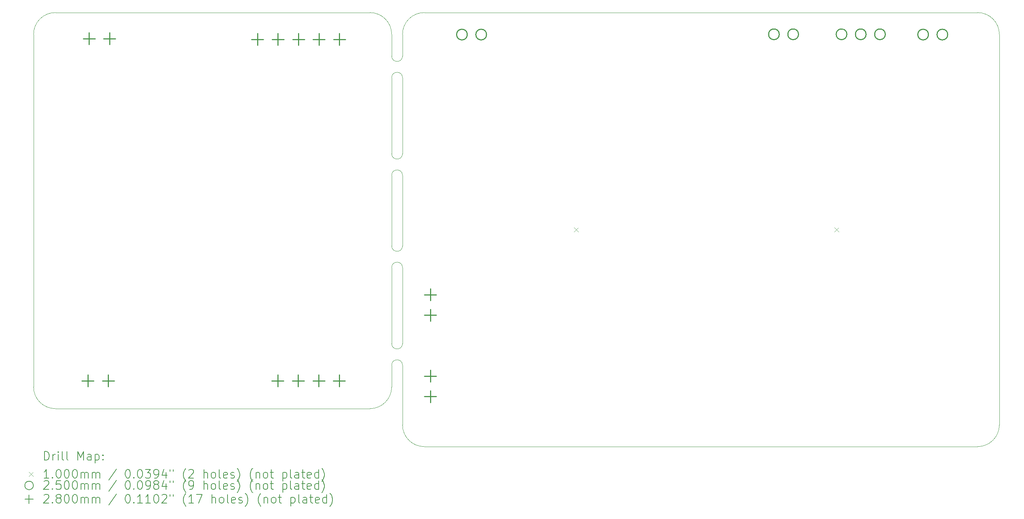
<source format=gbr>
%FSLAX45Y45*%
G04 Gerber Fmt 4.5, Leading zero omitted, Abs format (unit mm)*
G04 Created by KiCad (PCBNEW 6.0.6-3a73a75311~116~ubuntu22.04.1) date 2022-07-16 14:36:57*
%MOMM*%
%LPD*%
G01*
G04 APERTURE LIST*
%TA.AperFunction,Profile*%
%ADD10C,0.100000*%
%TD*%
%ADD11C,0.200000*%
%ADD12C,0.100000*%
%ADD13C,0.250000*%
%ADD14C,0.280000*%
G04 APERTURE END LIST*
D10*
X25654000Y-14605000D02*
G75*
G03*
X26162000Y-14097000I0J508000D01*
G01*
X3556000Y-13208000D02*
X3556000Y-4953000D01*
X4064000Y-4445000D02*
X11430000Y-4445000D01*
X11430000Y-13716000D02*
X4064000Y-13716000D01*
X3556000Y-13208000D02*
G75*
G03*
X4064000Y-13716000I508000J0D01*
G01*
X4064000Y-4445000D02*
G75*
G03*
X3556000Y-4953000I0J-508000D01*
G01*
X11938000Y-4953000D02*
G75*
G03*
X11430000Y-4445000I-508000J0D01*
G01*
X11430000Y-13716000D02*
G75*
G03*
X11938000Y-13208000I0J508000D01*
G01*
X11938000Y-13208000D02*
X11938000Y-12700000D01*
X12192000Y-14097000D02*
X12192000Y-12700000D01*
X11938000Y-12192000D02*
X11938000Y-10414000D01*
X12192000Y-12192000D02*
X12192000Y-10414000D01*
X11938000Y-8255000D02*
X11938000Y-9906000D01*
X12192000Y-9906000D02*
X12192000Y-8255000D01*
X11938000Y-7747000D02*
X11938000Y-5969000D01*
X12192000Y-5969000D02*
X12192000Y-7747000D01*
X11938000Y-5461000D02*
X11938000Y-4953000D01*
X12192000Y-5461000D02*
X12192000Y-4953000D01*
X12192000Y-5969000D02*
G75*
G03*
X11938000Y-5969000I-127000J0D01*
G01*
X26162000Y-4953000D02*
X26162000Y-14097000D01*
X11938000Y-12192000D02*
G75*
G03*
X12192000Y-12192000I127000J0D01*
G01*
X12192000Y-12700000D02*
G75*
G03*
X11938000Y-12700000I-127000J0D01*
G01*
X11938000Y-9906000D02*
G75*
G03*
X12192000Y-9906000I127000J0D01*
G01*
X12192000Y-4953000D02*
X12192000Y-4953000D01*
X12700000Y-4445000D02*
X25654000Y-4445000D01*
X12192000Y-14097000D02*
G75*
G03*
X12700000Y-14605000I508000J0D01*
G01*
X12700000Y-4445000D02*
G75*
G03*
X12192000Y-4953000I0J-508000D01*
G01*
X12192000Y-8255000D02*
G75*
G03*
X11938000Y-8255000I-127000J0D01*
G01*
X11938000Y-5461000D02*
G75*
G03*
X12192000Y-5461000I127000J0D01*
G01*
X11938000Y-7747000D02*
G75*
G03*
X12192000Y-7747000I127000J0D01*
G01*
X12192000Y-10414000D02*
G75*
G03*
X11938000Y-10414000I-127000J0D01*
G01*
X25654000Y-14605000D02*
X12700000Y-14605000D01*
X26162000Y-4953000D02*
G75*
G03*
X25654000Y-4445000I-508000J0D01*
G01*
D11*
D12*
X16206000Y-9475000D02*
X16306000Y-9575000D01*
X16306000Y-9475000D02*
X16206000Y-9575000D01*
X22302000Y-9475000D02*
X22402000Y-9575000D01*
X22402000Y-9475000D02*
X22302000Y-9575000D01*
D13*
X13708500Y-4959500D02*
G75*
G03*
X13708500Y-4959500I-125000J0D01*
G01*
X14158500Y-4959500D02*
G75*
G03*
X14158500Y-4959500I-125000J0D01*
G01*
X21011000Y-4953000D02*
G75*
G03*
X21011000Y-4953000I-125000J0D01*
G01*
X21461000Y-4953000D02*
G75*
G03*
X21461000Y-4953000I-125000J0D01*
G01*
X22593000Y-4953000D02*
G75*
G03*
X22593000Y-4953000I-125000J0D01*
G01*
X23043000Y-4953000D02*
G75*
G03*
X23043000Y-4953000I-125000J0D01*
G01*
X23493000Y-4953000D02*
G75*
G03*
X23493000Y-4953000I-125000J0D01*
G01*
X24503500Y-4959500D02*
G75*
G03*
X24503500Y-4959500I-125000J0D01*
G01*
X24953500Y-4959500D02*
G75*
G03*
X24953500Y-4959500I-125000J0D01*
G01*
D14*
X4826000Y-12924000D02*
X4826000Y-13204000D01*
X4686000Y-13064000D02*
X4966000Y-13064000D01*
X4854000Y-4914600D02*
X4854000Y-5194600D01*
X4714000Y-5054600D02*
X4994000Y-5054600D01*
X5306000Y-12924000D02*
X5306000Y-13204000D01*
X5166000Y-13064000D02*
X5446000Y-13064000D01*
X5334000Y-4914600D02*
X5334000Y-5194600D01*
X5194000Y-5054600D02*
X5474000Y-5054600D01*
X8796200Y-4931600D02*
X8796200Y-5211600D01*
X8656200Y-5071600D02*
X8936200Y-5071600D01*
X9271000Y-12924000D02*
X9271000Y-13204000D01*
X9131000Y-13064000D02*
X9411000Y-13064000D01*
X9276200Y-4931600D02*
X9276200Y-5211600D01*
X9136200Y-5071600D02*
X9416200Y-5071600D01*
X9751000Y-12924000D02*
X9751000Y-13204000D01*
X9611000Y-13064000D02*
X9891000Y-13064000D01*
X9756200Y-4931600D02*
X9756200Y-5211600D01*
X9616200Y-5071600D02*
X9896200Y-5071600D01*
X10231000Y-12924000D02*
X10231000Y-13204000D01*
X10091000Y-13064000D02*
X10371000Y-13064000D01*
X10236200Y-4931600D02*
X10236200Y-5211600D01*
X10096200Y-5071600D02*
X10376200Y-5071600D01*
X10711000Y-12924000D02*
X10711000Y-13204000D01*
X10571000Y-13064000D02*
X10851000Y-13064000D01*
X10716200Y-4931600D02*
X10716200Y-5211600D01*
X10576200Y-5071600D02*
X10856200Y-5071600D01*
X12844000Y-10909000D02*
X12844000Y-11189000D01*
X12704000Y-11049000D02*
X12984000Y-11049000D01*
X12844000Y-11389000D02*
X12844000Y-11669000D01*
X12704000Y-11529000D02*
X12984000Y-11529000D01*
X12844000Y-12814000D02*
X12844000Y-13094000D01*
X12704000Y-12954000D02*
X12984000Y-12954000D01*
X12844000Y-13294000D02*
X12844000Y-13574000D01*
X12704000Y-13434000D02*
X12984000Y-13434000D01*
D11*
X3808619Y-14920476D02*
X3808619Y-14720476D01*
X3856238Y-14720476D01*
X3884809Y-14730000D01*
X3903857Y-14749048D01*
X3913381Y-14768095D01*
X3922905Y-14806190D01*
X3922905Y-14834762D01*
X3913381Y-14872857D01*
X3903857Y-14891905D01*
X3884809Y-14910952D01*
X3856238Y-14920476D01*
X3808619Y-14920476D01*
X4008619Y-14920476D02*
X4008619Y-14787143D01*
X4008619Y-14825238D02*
X4018143Y-14806190D01*
X4027667Y-14796667D01*
X4046714Y-14787143D01*
X4065762Y-14787143D01*
X4132428Y-14920476D02*
X4132428Y-14787143D01*
X4132428Y-14720476D02*
X4122905Y-14730000D01*
X4132428Y-14739524D01*
X4141952Y-14730000D01*
X4132428Y-14720476D01*
X4132428Y-14739524D01*
X4256238Y-14920476D02*
X4237190Y-14910952D01*
X4227667Y-14891905D01*
X4227667Y-14720476D01*
X4361000Y-14920476D02*
X4341952Y-14910952D01*
X4332429Y-14891905D01*
X4332429Y-14720476D01*
X4589571Y-14920476D02*
X4589571Y-14720476D01*
X4656238Y-14863333D01*
X4722905Y-14720476D01*
X4722905Y-14920476D01*
X4903857Y-14920476D02*
X4903857Y-14815714D01*
X4894333Y-14796667D01*
X4875286Y-14787143D01*
X4837190Y-14787143D01*
X4818143Y-14796667D01*
X4903857Y-14910952D02*
X4884810Y-14920476D01*
X4837190Y-14920476D01*
X4818143Y-14910952D01*
X4808619Y-14891905D01*
X4808619Y-14872857D01*
X4818143Y-14853809D01*
X4837190Y-14844286D01*
X4884810Y-14844286D01*
X4903857Y-14834762D01*
X4999095Y-14787143D02*
X4999095Y-14987143D01*
X4999095Y-14796667D02*
X5018143Y-14787143D01*
X5056238Y-14787143D01*
X5075286Y-14796667D01*
X5084810Y-14806190D01*
X5094333Y-14825238D01*
X5094333Y-14882381D01*
X5084810Y-14901428D01*
X5075286Y-14910952D01*
X5056238Y-14920476D01*
X5018143Y-14920476D01*
X4999095Y-14910952D01*
X5180048Y-14901428D02*
X5189571Y-14910952D01*
X5180048Y-14920476D01*
X5170524Y-14910952D01*
X5180048Y-14901428D01*
X5180048Y-14920476D01*
X5180048Y-14796667D02*
X5189571Y-14806190D01*
X5180048Y-14815714D01*
X5170524Y-14806190D01*
X5180048Y-14796667D01*
X5180048Y-14815714D01*
D12*
X3451000Y-15200000D02*
X3551000Y-15300000D01*
X3551000Y-15200000D02*
X3451000Y-15300000D01*
D11*
X3913381Y-15340476D02*
X3799095Y-15340476D01*
X3856238Y-15340476D02*
X3856238Y-15140476D01*
X3837190Y-15169048D01*
X3818143Y-15188095D01*
X3799095Y-15197619D01*
X3999095Y-15321428D02*
X4008619Y-15330952D01*
X3999095Y-15340476D01*
X3989571Y-15330952D01*
X3999095Y-15321428D01*
X3999095Y-15340476D01*
X4132428Y-15140476D02*
X4151476Y-15140476D01*
X4170524Y-15150000D01*
X4180048Y-15159524D01*
X4189571Y-15178571D01*
X4199095Y-15216667D01*
X4199095Y-15264286D01*
X4189571Y-15302381D01*
X4180048Y-15321428D01*
X4170524Y-15330952D01*
X4151476Y-15340476D01*
X4132428Y-15340476D01*
X4113381Y-15330952D01*
X4103857Y-15321428D01*
X4094333Y-15302381D01*
X4084809Y-15264286D01*
X4084809Y-15216667D01*
X4094333Y-15178571D01*
X4103857Y-15159524D01*
X4113381Y-15150000D01*
X4132428Y-15140476D01*
X4322905Y-15140476D02*
X4341952Y-15140476D01*
X4361000Y-15150000D01*
X4370524Y-15159524D01*
X4380048Y-15178571D01*
X4389571Y-15216667D01*
X4389571Y-15264286D01*
X4380048Y-15302381D01*
X4370524Y-15321428D01*
X4361000Y-15330952D01*
X4341952Y-15340476D01*
X4322905Y-15340476D01*
X4303857Y-15330952D01*
X4294333Y-15321428D01*
X4284810Y-15302381D01*
X4275286Y-15264286D01*
X4275286Y-15216667D01*
X4284810Y-15178571D01*
X4294333Y-15159524D01*
X4303857Y-15150000D01*
X4322905Y-15140476D01*
X4513381Y-15140476D02*
X4532429Y-15140476D01*
X4551476Y-15150000D01*
X4561000Y-15159524D01*
X4570524Y-15178571D01*
X4580048Y-15216667D01*
X4580048Y-15264286D01*
X4570524Y-15302381D01*
X4561000Y-15321428D01*
X4551476Y-15330952D01*
X4532429Y-15340476D01*
X4513381Y-15340476D01*
X4494333Y-15330952D01*
X4484810Y-15321428D01*
X4475286Y-15302381D01*
X4465762Y-15264286D01*
X4465762Y-15216667D01*
X4475286Y-15178571D01*
X4484810Y-15159524D01*
X4494333Y-15150000D01*
X4513381Y-15140476D01*
X4665762Y-15340476D02*
X4665762Y-15207143D01*
X4665762Y-15226190D02*
X4675286Y-15216667D01*
X4694333Y-15207143D01*
X4722905Y-15207143D01*
X4741952Y-15216667D01*
X4751476Y-15235714D01*
X4751476Y-15340476D01*
X4751476Y-15235714D02*
X4761000Y-15216667D01*
X4780048Y-15207143D01*
X4808619Y-15207143D01*
X4827667Y-15216667D01*
X4837190Y-15235714D01*
X4837190Y-15340476D01*
X4932429Y-15340476D02*
X4932429Y-15207143D01*
X4932429Y-15226190D02*
X4941952Y-15216667D01*
X4961000Y-15207143D01*
X4989571Y-15207143D01*
X5008619Y-15216667D01*
X5018143Y-15235714D01*
X5018143Y-15340476D01*
X5018143Y-15235714D02*
X5027667Y-15216667D01*
X5046714Y-15207143D01*
X5075286Y-15207143D01*
X5094333Y-15216667D01*
X5103857Y-15235714D01*
X5103857Y-15340476D01*
X5494333Y-15130952D02*
X5322905Y-15388095D01*
X5751476Y-15140476D02*
X5770524Y-15140476D01*
X5789571Y-15150000D01*
X5799095Y-15159524D01*
X5808619Y-15178571D01*
X5818143Y-15216667D01*
X5818143Y-15264286D01*
X5808619Y-15302381D01*
X5799095Y-15321428D01*
X5789571Y-15330952D01*
X5770524Y-15340476D01*
X5751476Y-15340476D01*
X5732428Y-15330952D01*
X5722905Y-15321428D01*
X5713381Y-15302381D01*
X5703857Y-15264286D01*
X5703857Y-15216667D01*
X5713381Y-15178571D01*
X5722905Y-15159524D01*
X5732428Y-15150000D01*
X5751476Y-15140476D01*
X5903857Y-15321428D02*
X5913381Y-15330952D01*
X5903857Y-15340476D01*
X5894333Y-15330952D01*
X5903857Y-15321428D01*
X5903857Y-15340476D01*
X6037190Y-15140476D02*
X6056238Y-15140476D01*
X6075286Y-15150000D01*
X6084809Y-15159524D01*
X6094333Y-15178571D01*
X6103857Y-15216667D01*
X6103857Y-15264286D01*
X6094333Y-15302381D01*
X6084809Y-15321428D01*
X6075286Y-15330952D01*
X6056238Y-15340476D01*
X6037190Y-15340476D01*
X6018143Y-15330952D01*
X6008619Y-15321428D01*
X5999095Y-15302381D01*
X5989571Y-15264286D01*
X5989571Y-15216667D01*
X5999095Y-15178571D01*
X6008619Y-15159524D01*
X6018143Y-15150000D01*
X6037190Y-15140476D01*
X6170524Y-15140476D02*
X6294333Y-15140476D01*
X6227667Y-15216667D01*
X6256238Y-15216667D01*
X6275286Y-15226190D01*
X6284809Y-15235714D01*
X6294333Y-15254762D01*
X6294333Y-15302381D01*
X6284809Y-15321428D01*
X6275286Y-15330952D01*
X6256238Y-15340476D01*
X6199095Y-15340476D01*
X6180048Y-15330952D01*
X6170524Y-15321428D01*
X6389571Y-15340476D02*
X6427667Y-15340476D01*
X6446714Y-15330952D01*
X6456238Y-15321428D01*
X6475286Y-15292857D01*
X6484809Y-15254762D01*
X6484809Y-15178571D01*
X6475286Y-15159524D01*
X6465762Y-15150000D01*
X6446714Y-15140476D01*
X6408619Y-15140476D01*
X6389571Y-15150000D01*
X6380048Y-15159524D01*
X6370524Y-15178571D01*
X6370524Y-15226190D01*
X6380048Y-15245238D01*
X6389571Y-15254762D01*
X6408619Y-15264286D01*
X6446714Y-15264286D01*
X6465762Y-15254762D01*
X6475286Y-15245238D01*
X6484809Y-15226190D01*
X6656238Y-15207143D02*
X6656238Y-15340476D01*
X6608619Y-15130952D02*
X6561000Y-15273809D01*
X6684809Y-15273809D01*
X6751476Y-15140476D02*
X6751476Y-15178571D01*
X6827667Y-15140476D02*
X6827667Y-15178571D01*
X7122905Y-15416667D02*
X7113381Y-15407143D01*
X7094333Y-15378571D01*
X7084809Y-15359524D01*
X7075286Y-15330952D01*
X7065762Y-15283333D01*
X7065762Y-15245238D01*
X7075286Y-15197619D01*
X7084809Y-15169048D01*
X7094333Y-15150000D01*
X7113381Y-15121428D01*
X7122905Y-15111905D01*
X7189571Y-15159524D02*
X7199095Y-15150000D01*
X7218143Y-15140476D01*
X7265762Y-15140476D01*
X7284809Y-15150000D01*
X7294333Y-15159524D01*
X7303857Y-15178571D01*
X7303857Y-15197619D01*
X7294333Y-15226190D01*
X7180048Y-15340476D01*
X7303857Y-15340476D01*
X7541952Y-15340476D02*
X7541952Y-15140476D01*
X7627667Y-15340476D02*
X7627667Y-15235714D01*
X7618143Y-15216667D01*
X7599095Y-15207143D01*
X7570524Y-15207143D01*
X7551476Y-15216667D01*
X7541952Y-15226190D01*
X7751476Y-15340476D02*
X7732428Y-15330952D01*
X7722905Y-15321428D01*
X7713381Y-15302381D01*
X7713381Y-15245238D01*
X7722905Y-15226190D01*
X7732428Y-15216667D01*
X7751476Y-15207143D01*
X7780048Y-15207143D01*
X7799095Y-15216667D01*
X7808619Y-15226190D01*
X7818143Y-15245238D01*
X7818143Y-15302381D01*
X7808619Y-15321428D01*
X7799095Y-15330952D01*
X7780048Y-15340476D01*
X7751476Y-15340476D01*
X7932428Y-15340476D02*
X7913381Y-15330952D01*
X7903857Y-15311905D01*
X7903857Y-15140476D01*
X8084809Y-15330952D02*
X8065762Y-15340476D01*
X8027667Y-15340476D01*
X8008619Y-15330952D01*
X7999095Y-15311905D01*
X7999095Y-15235714D01*
X8008619Y-15216667D01*
X8027667Y-15207143D01*
X8065762Y-15207143D01*
X8084809Y-15216667D01*
X8094333Y-15235714D01*
X8094333Y-15254762D01*
X7999095Y-15273809D01*
X8170524Y-15330952D02*
X8189571Y-15340476D01*
X8227667Y-15340476D01*
X8246714Y-15330952D01*
X8256238Y-15311905D01*
X8256238Y-15302381D01*
X8246714Y-15283333D01*
X8227667Y-15273809D01*
X8199095Y-15273809D01*
X8180048Y-15264286D01*
X8170524Y-15245238D01*
X8170524Y-15235714D01*
X8180048Y-15216667D01*
X8199095Y-15207143D01*
X8227667Y-15207143D01*
X8246714Y-15216667D01*
X8322905Y-15416667D02*
X8332428Y-15407143D01*
X8351476Y-15378571D01*
X8361000Y-15359524D01*
X8370524Y-15330952D01*
X8380048Y-15283333D01*
X8380048Y-15245238D01*
X8370524Y-15197619D01*
X8361000Y-15169048D01*
X8351476Y-15150000D01*
X8332428Y-15121428D01*
X8322905Y-15111905D01*
X8684810Y-15416667D02*
X8675286Y-15407143D01*
X8656238Y-15378571D01*
X8646714Y-15359524D01*
X8637190Y-15330952D01*
X8627667Y-15283333D01*
X8627667Y-15245238D01*
X8637190Y-15197619D01*
X8646714Y-15169048D01*
X8656238Y-15150000D01*
X8675286Y-15121428D01*
X8684810Y-15111905D01*
X8761000Y-15207143D02*
X8761000Y-15340476D01*
X8761000Y-15226190D02*
X8770524Y-15216667D01*
X8789571Y-15207143D01*
X8818143Y-15207143D01*
X8837190Y-15216667D01*
X8846714Y-15235714D01*
X8846714Y-15340476D01*
X8970524Y-15340476D02*
X8951476Y-15330952D01*
X8941952Y-15321428D01*
X8932429Y-15302381D01*
X8932429Y-15245238D01*
X8941952Y-15226190D01*
X8951476Y-15216667D01*
X8970524Y-15207143D01*
X8999095Y-15207143D01*
X9018143Y-15216667D01*
X9027667Y-15226190D01*
X9037190Y-15245238D01*
X9037190Y-15302381D01*
X9027667Y-15321428D01*
X9018143Y-15330952D01*
X8999095Y-15340476D01*
X8970524Y-15340476D01*
X9094333Y-15207143D02*
X9170524Y-15207143D01*
X9122905Y-15140476D02*
X9122905Y-15311905D01*
X9132429Y-15330952D01*
X9151476Y-15340476D01*
X9170524Y-15340476D01*
X9389571Y-15207143D02*
X9389571Y-15407143D01*
X9389571Y-15216667D02*
X9408619Y-15207143D01*
X9446714Y-15207143D01*
X9465762Y-15216667D01*
X9475286Y-15226190D01*
X9484810Y-15245238D01*
X9484810Y-15302381D01*
X9475286Y-15321428D01*
X9465762Y-15330952D01*
X9446714Y-15340476D01*
X9408619Y-15340476D01*
X9389571Y-15330952D01*
X9599095Y-15340476D02*
X9580048Y-15330952D01*
X9570524Y-15311905D01*
X9570524Y-15140476D01*
X9761000Y-15340476D02*
X9761000Y-15235714D01*
X9751476Y-15216667D01*
X9732429Y-15207143D01*
X9694333Y-15207143D01*
X9675286Y-15216667D01*
X9761000Y-15330952D02*
X9741952Y-15340476D01*
X9694333Y-15340476D01*
X9675286Y-15330952D01*
X9665762Y-15311905D01*
X9665762Y-15292857D01*
X9675286Y-15273809D01*
X9694333Y-15264286D01*
X9741952Y-15264286D01*
X9761000Y-15254762D01*
X9827667Y-15207143D02*
X9903857Y-15207143D01*
X9856238Y-15140476D02*
X9856238Y-15311905D01*
X9865762Y-15330952D01*
X9884810Y-15340476D01*
X9903857Y-15340476D01*
X10046714Y-15330952D02*
X10027667Y-15340476D01*
X9989571Y-15340476D01*
X9970524Y-15330952D01*
X9961000Y-15311905D01*
X9961000Y-15235714D01*
X9970524Y-15216667D01*
X9989571Y-15207143D01*
X10027667Y-15207143D01*
X10046714Y-15216667D01*
X10056238Y-15235714D01*
X10056238Y-15254762D01*
X9961000Y-15273809D01*
X10227667Y-15340476D02*
X10227667Y-15140476D01*
X10227667Y-15330952D02*
X10208619Y-15340476D01*
X10170524Y-15340476D01*
X10151476Y-15330952D01*
X10141952Y-15321428D01*
X10132429Y-15302381D01*
X10132429Y-15245238D01*
X10141952Y-15226190D01*
X10151476Y-15216667D01*
X10170524Y-15207143D01*
X10208619Y-15207143D01*
X10227667Y-15216667D01*
X10303857Y-15416667D02*
X10313381Y-15407143D01*
X10332429Y-15378571D01*
X10341952Y-15359524D01*
X10351476Y-15330952D01*
X10361000Y-15283333D01*
X10361000Y-15245238D01*
X10351476Y-15197619D01*
X10341952Y-15169048D01*
X10332429Y-15150000D01*
X10313381Y-15121428D01*
X10303857Y-15111905D01*
X3551000Y-15514000D02*
G75*
G03*
X3551000Y-15514000I-100000J0D01*
G01*
X3799095Y-15423524D02*
X3808619Y-15414000D01*
X3827667Y-15404476D01*
X3875286Y-15404476D01*
X3894333Y-15414000D01*
X3903857Y-15423524D01*
X3913381Y-15442571D01*
X3913381Y-15461619D01*
X3903857Y-15490190D01*
X3789571Y-15604476D01*
X3913381Y-15604476D01*
X3999095Y-15585428D02*
X4008619Y-15594952D01*
X3999095Y-15604476D01*
X3989571Y-15594952D01*
X3999095Y-15585428D01*
X3999095Y-15604476D01*
X4189571Y-15404476D02*
X4094333Y-15404476D01*
X4084809Y-15499714D01*
X4094333Y-15490190D01*
X4113381Y-15480667D01*
X4161000Y-15480667D01*
X4180048Y-15490190D01*
X4189571Y-15499714D01*
X4199095Y-15518762D01*
X4199095Y-15566381D01*
X4189571Y-15585428D01*
X4180048Y-15594952D01*
X4161000Y-15604476D01*
X4113381Y-15604476D01*
X4094333Y-15594952D01*
X4084809Y-15585428D01*
X4322905Y-15404476D02*
X4341952Y-15404476D01*
X4361000Y-15414000D01*
X4370524Y-15423524D01*
X4380048Y-15442571D01*
X4389571Y-15480667D01*
X4389571Y-15528286D01*
X4380048Y-15566381D01*
X4370524Y-15585428D01*
X4361000Y-15594952D01*
X4341952Y-15604476D01*
X4322905Y-15604476D01*
X4303857Y-15594952D01*
X4294333Y-15585428D01*
X4284810Y-15566381D01*
X4275286Y-15528286D01*
X4275286Y-15480667D01*
X4284810Y-15442571D01*
X4294333Y-15423524D01*
X4303857Y-15414000D01*
X4322905Y-15404476D01*
X4513381Y-15404476D02*
X4532429Y-15404476D01*
X4551476Y-15414000D01*
X4561000Y-15423524D01*
X4570524Y-15442571D01*
X4580048Y-15480667D01*
X4580048Y-15528286D01*
X4570524Y-15566381D01*
X4561000Y-15585428D01*
X4551476Y-15594952D01*
X4532429Y-15604476D01*
X4513381Y-15604476D01*
X4494333Y-15594952D01*
X4484810Y-15585428D01*
X4475286Y-15566381D01*
X4465762Y-15528286D01*
X4465762Y-15480667D01*
X4475286Y-15442571D01*
X4484810Y-15423524D01*
X4494333Y-15414000D01*
X4513381Y-15404476D01*
X4665762Y-15604476D02*
X4665762Y-15471143D01*
X4665762Y-15490190D02*
X4675286Y-15480667D01*
X4694333Y-15471143D01*
X4722905Y-15471143D01*
X4741952Y-15480667D01*
X4751476Y-15499714D01*
X4751476Y-15604476D01*
X4751476Y-15499714D02*
X4761000Y-15480667D01*
X4780048Y-15471143D01*
X4808619Y-15471143D01*
X4827667Y-15480667D01*
X4837190Y-15499714D01*
X4837190Y-15604476D01*
X4932429Y-15604476D02*
X4932429Y-15471143D01*
X4932429Y-15490190D02*
X4941952Y-15480667D01*
X4961000Y-15471143D01*
X4989571Y-15471143D01*
X5008619Y-15480667D01*
X5018143Y-15499714D01*
X5018143Y-15604476D01*
X5018143Y-15499714D02*
X5027667Y-15480667D01*
X5046714Y-15471143D01*
X5075286Y-15471143D01*
X5094333Y-15480667D01*
X5103857Y-15499714D01*
X5103857Y-15604476D01*
X5494333Y-15394952D02*
X5322905Y-15652095D01*
X5751476Y-15404476D02*
X5770524Y-15404476D01*
X5789571Y-15414000D01*
X5799095Y-15423524D01*
X5808619Y-15442571D01*
X5818143Y-15480667D01*
X5818143Y-15528286D01*
X5808619Y-15566381D01*
X5799095Y-15585428D01*
X5789571Y-15594952D01*
X5770524Y-15604476D01*
X5751476Y-15604476D01*
X5732428Y-15594952D01*
X5722905Y-15585428D01*
X5713381Y-15566381D01*
X5703857Y-15528286D01*
X5703857Y-15480667D01*
X5713381Y-15442571D01*
X5722905Y-15423524D01*
X5732428Y-15414000D01*
X5751476Y-15404476D01*
X5903857Y-15585428D02*
X5913381Y-15594952D01*
X5903857Y-15604476D01*
X5894333Y-15594952D01*
X5903857Y-15585428D01*
X5903857Y-15604476D01*
X6037190Y-15404476D02*
X6056238Y-15404476D01*
X6075286Y-15414000D01*
X6084809Y-15423524D01*
X6094333Y-15442571D01*
X6103857Y-15480667D01*
X6103857Y-15528286D01*
X6094333Y-15566381D01*
X6084809Y-15585428D01*
X6075286Y-15594952D01*
X6056238Y-15604476D01*
X6037190Y-15604476D01*
X6018143Y-15594952D01*
X6008619Y-15585428D01*
X5999095Y-15566381D01*
X5989571Y-15528286D01*
X5989571Y-15480667D01*
X5999095Y-15442571D01*
X6008619Y-15423524D01*
X6018143Y-15414000D01*
X6037190Y-15404476D01*
X6199095Y-15604476D02*
X6237190Y-15604476D01*
X6256238Y-15594952D01*
X6265762Y-15585428D01*
X6284809Y-15556857D01*
X6294333Y-15518762D01*
X6294333Y-15442571D01*
X6284809Y-15423524D01*
X6275286Y-15414000D01*
X6256238Y-15404476D01*
X6218143Y-15404476D01*
X6199095Y-15414000D01*
X6189571Y-15423524D01*
X6180048Y-15442571D01*
X6180048Y-15490190D01*
X6189571Y-15509238D01*
X6199095Y-15518762D01*
X6218143Y-15528286D01*
X6256238Y-15528286D01*
X6275286Y-15518762D01*
X6284809Y-15509238D01*
X6294333Y-15490190D01*
X6408619Y-15490190D02*
X6389571Y-15480667D01*
X6380048Y-15471143D01*
X6370524Y-15452095D01*
X6370524Y-15442571D01*
X6380048Y-15423524D01*
X6389571Y-15414000D01*
X6408619Y-15404476D01*
X6446714Y-15404476D01*
X6465762Y-15414000D01*
X6475286Y-15423524D01*
X6484809Y-15442571D01*
X6484809Y-15452095D01*
X6475286Y-15471143D01*
X6465762Y-15480667D01*
X6446714Y-15490190D01*
X6408619Y-15490190D01*
X6389571Y-15499714D01*
X6380048Y-15509238D01*
X6370524Y-15528286D01*
X6370524Y-15566381D01*
X6380048Y-15585428D01*
X6389571Y-15594952D01*
X6408619Y-15604476D01*
X6446714Y-15604476D01*
X6465762Y-15594952D01*
X6475286Y-15585428D01*
X6484809Y-15566381D01*
X6484809Y-15528286D01*
X6475286Y-15509238D01*
X6465762Y-15499714D01*
X6446714Y-15490190D01*
X6656238Y-15471143D02*
X6656238Y-15604476D01*
X6608619Y-15394952D02*
X6561000Y-15537809D01*
X6684809Y-15537809D01*
X6751476Y-15404476D02*
X6751476Y-15442571D01*
X6827667Y-15404476D02*
X6827667Y-15442571D01*
X7122905Y-15680667D02*
X7113381Y-15671143D01*
X7094333Y-15642571D01*
X7084809Y-15623524D01*
X7075286Y-15594952D01*
X7065762Y-15547333D01*
X7065762Y-15509238D01*
X7075286Y-15461619D01*
X7084809Y-15433048D01*
X7094333Y-15414000D01*
X7113381Y-15385428D01*
X7122905Y-15375905D01*
X7208619Y-15604476D02*
X7246714Y-15604476D01*
X7265762Y-15594952D01*
X7275286Y-15585428D01*
X7294333Y-15556857D01*
X7303857Y-15518762D01*
X7303857Y-15442571D01*
X7294333Y-15423524D01*
X7284809Y-15414000D01*
X7265762Y-15404476D01*
X7227667Y-15404476D01*
X7208619Y-15414000D01*
X7199095Y-15423524D01*
X7189571Y-15442571D01*
X7189571Y-15490190D01*
X7199095Y-15509238D01*
X7208619Y-15518762D01*
X7227667Y-15528286D01*
X7265762Y-15528286D01*
X7284809Y-15518762D01*
X7294333Y-15509238D01*
X7303857Y-15490190D01*
X7541952Y-15604476D02*
X7541952Y-15404476D01*
X7627667Y-15604476D02*
X7627667Y-15499714D01*
X7618143Y-15480667D01*
X7599095Y-15471143D01*
X7570524Y-15471143D01*
X7551476Y-15480667D01*
X7541952Y-15490190D01*
X7751476Y-15604476D02*
X7732428Y-15594952D01*
X7722905Y-15585428D01*
X7713381Y-15566381D01*
X7713381Y-15509238D01*
X7722905Y-15490190D01*
X7732428Y-15480667D01*
X7751476Y-15471143D01*
X7780048Y-15471143D01*
X7799095Y-15480667D01*
X7808619Y-15490190D01*
X7818143Y-15509238D01*
X7818143Y-15566381D01*
X7808619Y-15585428D01*
X7799095Y-15594952D01*
X7780048Y-15604476D01*
X7751476Y-15604476D01*
X7932428Y-15604476D02*
X7913381Y-15594952D01*
X7903857Y-15575905D01*
X7903857Y-15404476D01*
X8084809Y-15594952D02*
X8065762Y-15604476D01*
X8027667Y-15604476D01*
X8008619Y-15594952D01*
X7999095Y-15575905D01*
X7999095Y-15499714D01*
X8008619Y-15480667D01*
X8027667Y-15471143D01*
X8065762Y-15471143D01*
X8084809Y-15480667D01*
X8094333Y-15499714D01*
X8094333Y-15518762D01*
X7999095Y-15537809D01*
X8170524Y-15594952D02*
X8189571Y-15604476D01*
X8227667Y-15604476D01*
X8246714Y-15594952D01*
X8256238Y-15575905D01*
X8256238Y-15566381D01*
X8246714Y-15547333D01*
X8227667Y-15537809D01*
X8199095Y-15537809D01*
X8180048Y-15528286D01*
X8170524Y-15509238D01*
X8170524Y-15499714D01*
X8180048Y-15480667D01*
X8199095Y-15471143D01*
X8227667Y-15471143D01*
X8246714Y-15480667D01*
X8322905Y-15680667D02*
X8332428Y-15671143D01*
X8351476Y-15642571D01*
X8361000Y-15623524D01*
X8370524Y-15594952D01*
X8380048Y-15547333D01*
X8380048Y-15509238D01*
X8370524Y-15461619D01*
X8361000Y-15433048D01*
X8351476Y-15414000D01*
X8332428Y-15385428D01*
X8322905Y-15375905D01*
X8684810Y-15680667D02*
X8675286Y-15671143D01*
X8656238Y-15642571D01*
X8646714Y-15623524D01*
X8637190Y-15594952D01*
X8627667Y-15547333D01*
X8627667Y-15509238D01*
X8637190Y-15461619D01*
X8646714Y-15433048D01*
X8656238Y-15414000D01*
X8675286Y-15385428D01*
X8684810Y-15375905D01*
X8761000Y-15471143D02*
X8761000Y-15604476D01*
X8761000Y-15490190D02*
X8770524Y-15480667D01*
X8789571Y-15471143D01*
X8818143Y-15471143D01*
X8837190Y-15480667D01*
X8846714Y-15499714D01*
X8846714Y-15604476D01*
X8970524Y-15604476D02*
X8951476Y-15594952D01*
X8941952Y-15585428D01*
X8932429Y-15566381D01*
X8932429Y-15509238D01*
X8941952Y-15490190D01*
X8951476Y-15480667D01*
X8970524Y-15471143D01*
X8999095Y-15471143D01*
X9018143Y-15480667D01*
X9027667Y-15490190D01*
X9037190Y-15509238D01*
X9037190Y-15566381D01*
X9027667Y-15585428D01*
X9018143Y-15594952D01*
X8999095Y-15604476D01*
X8970524Y-15604476D01*
X9094333Y-15471143D02*
X9170524Y-15471143D01*
X9122905Y-15404476D02*
X9122905Y-15575905D01*
X9132429Y-15594952D01*
X9151476Y-15604476D01*
X9170524Y-15604476D01*
X9389571Y-15471143D02*
X9389571Y-15671143D01*
X9389571Y-15480667D02*
X9408619Y-15471143D01*
X9446714Y-15471143D01*
X9465762Y-15480667D01*
X9475286Y-15490190D01*
X9484810Y-15509238D01*
X9484810Y-15566381D01*
X9475286Y-15585428D01*
X9465762Y-15594952D01*
X9446714Y-15604476D01*
X9408619Y-15604476D01*
X9389571Y-15594952D01*
X9599095Y-15604476D02*
X9580048Y-15594952D01*
X9570524Y-15575905D01*
X9570524Y-15404476D01*
X9761000Y-15604476D02*
X9761000Y-15499714D01*
X9751476Y-15480667D01*
X9732429Y-15471143D01*
X9694333Y-15471143D01*
X9675286Y-15480667D01*
X9761000Y-15594952D02*
X9741952Y-15604476D01*
X9694333Y-15604476D01*
X9675286Y-15594952D01*
X9665762Y-15575905D01*
X9665762Y-15556857D01*
X9675286Y-15537809D01*
X9694333Y-15528286D01*
X9741952Y-15528286D01*
X9761000Y-15518762D01*
X9827667Y-15471143D02*
X9903857Y-15471143D01*
X9856238Y-15404476D02*
X9856238Y-15575905D01*
X9865762Y-15594952D01*
X9884810Y-15604476D01*
X9903857Y-15604476D01*
X10046714Y-15594952D02*
X10027667Y-15604476D01*
X9989571Y-15604476D01*
X9970524Y-15594952D01*
X9961000Y-15575905D01*
X9961000Y-15499714D01*
X9970524Y-15480667D01*
X9989571Y-15471143D01*
X10027667Y-15471143D01*
X10046714Y-15480667D01*
X10056238Y-15499714D01*
X10056238Y-15518762D01*
X9961000Y-15537809D01*
X10227667Y-15604476D02*
X10227667Y-15404476D01*
X10227667Y-15594952D02*
X10208619Y-15604476D01*
X10170524Y-15604476D01*
X10151476Y-15594952D01*
X10141952Y-15585428D01*
X10132429Y-15566381D01*
X10132429Y-15509238D01*
X10141952Y-15490190D01*
X10151476Y-15480667D01*
X10170524Y-15471143D01*
X10208619Y-15471143D01*
X10227667Y-15480667D01*
X10303857Y-15680667D02*
X10313381Y-15671143D01*
X10332429Y-15642571D01*
X10341952Y-15623524D01*
X10351476Y-15594952D01*
X10361000Y-15547333D01*
X10361000Y-15509238D01*
X10351476Y-15461619D01*
X10341952Y-15433048D01*
X10332429Y-15414000D01*
X10313381Y-15385428D01*
X10303857Y-15375905D01*
X3451000Y-15734000D02*
X3451000Y-15934000D01*
X3351000Y-15834000D02*
X3551000Y-15834000D01*
X3799095Y-15743524D02*
X3808619Y-15734000D01*
X3827667Y-15724476D01*
X3875286Y-15724476D01*
X3894333Y-15734000D01*
X3903857Y-15743524D01*
X3913381Y-15762571D01*
X3913381Y-15781619D01*
X3903857Y-15810190D01*
X3789571Y-15924476D01*
X3913381Y-15924476D01*
X3999095Y-15905428D02*
X4008619Y-15914952D01*
X3999095Y-15924476D01*
X3989571Y-15914952D01*
X3999095Y-15905428D01*
X3999095Y-15924476D01*
X4122905Y-15810190D02*
X4103857Y-15800667D01*
X4094333Y-15791143D01*
X4084809Y-15772095D01*
X4084809Y-15762571D01*
X4094333Y-15743524D01*
X4103857Y-15734000D01*
X4122905Y-15724476D01*
X4161000Y-15724476D01*
X4180048Y-15734000D01*
X4189571Y-15743524D01*
X4199095Y-15762571D01*
X4199095Y-15772095D01*
X4189571Y-15791143D01*
X4180048Y-15800667D01*
X4161000Y-15810190D01*
X4122905Y-15810190D01*
X4103857Y-15819714D01*
X4094333Y-15829238D01*
X4084809Y-15848286D01*
X4084809Y-15886381D01*
X4094333Y-15905428D01*
X4103857Y-15914952D01*
X4122905Y-15924476D01*
X4161000Y-15924476D01*
X4180048Y-15914952D01*
X4189571Y-15905428D01*
X4199095Y-15886381D01*
X4199095Y-15848286D01*
X4189571Y-15829238D01*
X4180048Y-15819714D01*
X4161000Y-15810190D01*
X4322905Y-15724476D02*
X4341952Y-15724476D01*
X4361000Y-15734000D01*
X4370524Y-15743524D01*
X4380048Y-15762571D01*
X4389571Y-15800667D01*
X4389571Y-15848286D01*
X4380048Y-15886381D01*
X4370524Y-15905428D01*
X4361000Y-15914952D01*
X4341952Y-15924476D01*
X4322905Y-15924476D01*
X4303857Y-15914952D01*
X4294333Y-15905428D01*
X4284810Y-15886381D01*
X4275286Y-15848286D01*
X4275286Y-15800667D01*
X4284810Y-15762571D01*
X4294333Y-15743524D01*
X4303857Y-15734000D01*
X4322905Y-15724476D01*
X4513381Y-15724476D02*
X4532429Y-15724476D01*
X4551476Y-15734000D01*
X4561000Y-15743524D01*
X4570524Y-15762571D01*
X4580048Y-15800667D01*
X4580048Y-15848286D01*
X4570524Y-15886381D01*
X4561000Y-15905428D01*
X4551476Y-15914952D01*
X4532429Y-15924476D01*
X4513381Y-15924476D01*
X4494333Y-15914952D01*
X4484810Y-15905428D01*
X4475286Y-15886381D01*
X4465762Y-15848286D01*
X4465762Y-15800667D01*
X4475286Y-15762571D01*
X4484810Y-15743524D01*
X4494333Y-15734000D01*
X4513381Y-15724476D01*
X4665762Y-15924476D02*
X4665762Y-15791143D01*
X4665762Y-15810190D02*
X4675286Y-15800667D01*
X4694333Y-15791143D01*
X4722905Y-15791143D01*
X4741952Y-15800667D01*
X4751476Y-15819714D01*
X4751476Y-15924476D01*
X4751476Y-15819714D02*
X4761000Y-15800667D01*
X4780048Y-15791143D01*
X4808619Y-15791143D01*
X4827667Y-15800667D01*
X4837190Y-15819714D01*
X4837190Y-15924476D01*
X4932429Y-15924476D02*
X4932429Y-15791143D01*
X4932429Y-15810190D02*
X4941952Y-15800667D01*
X4961000Y-15791143D01*
X4989571Y-15791143D01*
X5008619Y-15800667D01*
X5018143Y-15819714D01*
X5018143Y-15924476D01*
X5018143Y-15819714D02*
X5027667Y-15800667D01*
X5046714Y-15791143D01*
X5075286Y-15791143D01*
X5094333Y-15800667D01*
X5103857Y-15819714D01*
X5103857Y-15924476D01*
X5494333Y-15714952D02*
X5322905Y-15972095D01*
X5751476Y-15724476D02*
X5770524Y-15724476D01*
X5789571Y-15734000D01*
X5799095Y-15743524D01*
X5808619Y-15762571D01*
X5818143Y-15800667D01*
X5818143Y-15848286D01*
X5808619Y-15886381D01*
X5799095Y-15905428D01*
X5789571Y-15914952D01*
X5770524Y-15924476D01*
X5751476Y-15924476D01*
X5732428Y-15914952D01*
X5722905Y-15905428D01*
X5713381Y-15886381D01*
X5703857Y-15848286D01*
X5703857Y-15800667D01*
X5713381Y-15762571D01*
X5722905Y-15743524D01*
X5732428Y-15734000D01*
X5751476Y-15724476D01*
X5903857Y-15905428D02*
X5913381Y-15914952D01*
X5903857Y-15924476D01*
X5894333Y-15914952D01*
X5903857Y-15905428D01*
X5903857Y-15924476D01*
X6103857Y-15924476D02*
X5989571Y-15924476D01*
X6046714Y-15924476D02*
X6046714Y-15724476D01*
X6027667Y-15753048D01*
X6008619Y-15772095D01*
X5989571Y-15781619D01*
X6294333Y-15924476D02*
X6180048Y-15924476D01*
X6237190Y-15924476D02*
X6237190Y-15724476D01*
X6218143Y-15753048D01*
X6199095Y-15772095D01*
X6180048Y-15781619D01*
X6418143Y-15724476D02*
X6437190Y-15724476D01*
X6456238Y-15734000D01*
X6465762Y-15743524D01*
X6475286Y-15762571D01*
X6484809Y-15800667D01*
X6484809Y-15848286D01*
X6475286Y-15886381D01*
X6465762Y-15905428D01*
X6456238Y-15914952D01*
X6437190Y-15924476D01*
X6418143Y-15924476D01*
X6399095Y-15914952D01*
X6389571Y-15905428D01*
X6380048Y-15886381D01*
X6370524Y-15848286D01*
X6370524Y-15800667D01*
X6380048Y-15762571D01*
X6389571Y-15743524D01*
X6399095Y-15734000D01*
X6418143Y-15724476D01*
X6561000Y-15743524D02*
X6570524Y-15734000D01*
X6589571Y-15724476D01*
X6637190Y-15724476D01*
X6656238Y-15734000D01*
X6665762Y-15743524D01*
X6675286Y-15762571D01*
X6675286Y-15781619D01*
X6665762Y-15810190D01*
X6551476Y-15924476D01*
X6675286Y-15924476D01*
X6751476Y-15724476D02*
X6751476Y-15762571D01*
X6827667Y-15724476D02*
X6827667Y-15762571D01*
X7122905Y-16000667D02*
X7113381Y-15991143D01*
X7094333Y-15962571D01*
X7084809Y-15943524D01*
X7075286Y-15914952D01*
X7065762Y-15867333D01*
X7065762Y-15829238D01*
X7075286Y-15781619D01*
X7084809Y-15753048D01*
X7094333Y-15734000D01*
X7113381Y-15705428D01*
X7122905Y-15695905D01*
X7303857Y-15924476D02*
X7189571Y-15924476D01*
X7246714Y-15924476D02*
X7246714Y-15724476D01*
X7227667Y-15753048D01*
X7208619Y-15772095D01*
X7189571Y-15781619D01*
X7370524Y-15724476D02*
X7503857Y-15724476D01*
X7418143Y-15924476D01*
X7732428Y-15924476D02*
X7732428Y-15724476D01*
X7818143Y-15924476D02*
X7818143Y-15819714D01*
X7808619Y-15800667D01*
X7789571Y-15791143D01*
X7761000Y-15791143D01*
X7741952Y-15800667D01*
X7732428Y-15810190D01*
X7941952Y-15924476D02*
X7922905Y-15914952D01*
X7913381Y-15905428D01*
X7903857Y-15886381D01*
X7903857Y-15829238D01*
X7913381Y-15810190D01*
X7922905Y-15800667D01*
X7941952Y-15791143D01*
X7970524Y-15791143D01*
X7989571Y-15800667D01*
X7999095Y-15810190D01*
X8008619Y-15829238D01*
X8008619Y-15886381D01*
X7999095Y-15905428D01*
X7989571Y-15914952D01*
X7970524Y-15924476D01*
X7941952Y-15924476D01*
X8122905Y-15924476D02*
X8103857Y-15914952D01*
X8094333Y-15895905D01*
X8094333Y-15724476D01*
X8275286Y-15914952D02*
X8256238Y-15924476D01*
X8218143Y-15924476D01*
X8199095Y-15914952D01*
X8189571Y-15895905D01*
X8189571Y-15819714D01*
X8199095Y-15800667D01*
X8218143Y-15791143D01*
X8256238Y-15791143D01*
X8275286Y-15800667D01*
X8284809Y-15819714D01*
X8284809Y-15838762D01*
X8189571Y-15857809D01*
X8361000Y-15914952D02*
X8380048Y-15924476D01*
X8418143Y-15924476D01*
X8437190Y-15914952D01*
X8446714Y-15895905D01*
X8446714Y-15886381D01*
X8437190Y-15867333D01*
X8418143Y-15857809D01*
X8389571Y-15857809D01*
X8370524Y-15848286D01*
X8361000Y-15829238D01*
X8361000Y-15819714D01*
X8370524Y-15800667D01*
X8389571Y-15791143D01*
X8418143Y-15791143D01*
X8437190Y-15800667D01*
X8513381Y-16000667D02*
X8522905Y-15991143D01*
X8541952Y-15962571D01*
X8551476Y-15943524D01*
X8561000Y-15914952D01*
X8570524Y-15867333D01*
X8570524Y-15829238D01*
X8561000Y-15781619D01*
X8551476Y-15753048D01*
X8541952Y-15734000D01*
X8522905Y-15705428D01*
X8513381Y-15695905D01*
X8875286Y-16000667D02*
X8865762Y-15991143D01*
X8846714Y-15962571D01*
X8837190Y-15943524D01*
X8827667Y-15914952D01*
X8818143Y-15867333D01*
X8818143Y-15829238D01*
X8827667Y-15781619D01*
X8837190Y-15753048D01*
X8846714Y-15734000D01*
X8865762Y-15705428D01*
X8875286Y-15695905D01*
X8951476Y-15791143D02*
X8951476Y-15924476D01*
X8951476Y-15810190D02*
X8961000Y-15800667D01*
X8980048Y-15791143D01*
X9008619Y-15791143D01*
X9027667Y-15800667D01*
X9037190Y-15819714D01*
X9037190Y-15924476D01*
X9161000Y-15924476D02*
X9141952Y-15914952D01*
X9132429Y-15905428D01*
X9122905Y-15886381D01*
X9122905Y-15829238D01*
X9132429Y-15810190D01*
X9141952Y-15800667D01*
X9161000Y-15791143D01*
X9189571Y-15791143D01*
X9208619Y-15800667D01*
X9218143Y-15810190D01*
X9227667Y-15829238D01*
X9227667Y-15886381D01*
X9218143Y-15905428D01*
X9208619Y-15914952D01*
X9189571Y-15924476D01*
X9161000Y-15924476D01*
X9284810Y-15791143D02*
X9361000Y-15791143D01*
X9313381Y-15724476D02*
X9313381Y-15895905D01*
X9322905Y-15914952D01*
X9341952Y-15924476D01*
X9361000Y-15924476D01*
X9580048Y-15791143D02*
X9580048Y-15991143D01*
X9580048Y-15800667D02*
X9599095Y-15791143D01*
X9637190Y-15791143D01*
X9656238Y-15800667D01*
X9665762Y-15810190D01*
X9675286Y-15829238D01*
X9675286Y-15886381D01*
X9665762Y-15905428D01*
X9656238Y-15914952D01*
X9637190Y-15924476D01*
X9599095Y-15924476D01*
X9580048Y-15914952D01*
X9789571Y-15924476D02*
X9770524Y-15914952D01*
X9761000Y-15895905D01*
X9761000Y-15724476D01*
X9951476Y-15924476D02*
X9951476Y-15819714D01*
X9941952Y-15800667D01*
X9922905Y-15791143D01*
X9884810Y-15791143D01*
X9865762Y-15800667D01*
X9951476Y-15914952D02*
X9932429Y-15924476D01*
X9884810Y-15924476D01*
X9865762Y-15914952D01*
X9856238Y-15895905D01*
X9856238Y-15876857D01*
X9865762Y-15857809D01*
X9884810Y-15848286D01*
X9932429Y-15848286D01*
X9951476Y-15838762D01*
X10018143Y-15791143D02*
X10094333Y-15791143D01*
X10046714Y-15724476D02*
X10046714Y-15895905D01*
X10056238Y-15914952D01*
X10075286Y-15924476D01*
X10094333Y-15924476D01*
X10237190Y-15914952D02*
X10218143Y-15924476D01*
X10180048Y-15924476D01*
X10161000Y-15914952D01*
X10151476Y-15895905D01*
X10151476Y-15819714D01*
X10161000Y-15800667D01*
X10180048Y-15791143D01*
X10218143Y-15791143D01*
X10237190Y-15800667D01*
X10246714Y-15819714D01*
X10246714Y-15838762D01*
X10151476Y-15857809D01*
X10418143Y-15924476D02*
X10418143Y-15724476D01*
X10418143Y-15914952D02*
X10399095Y-15924476D01*
X10361000Y-15924476D01*
X10341952Y-15914952D01*
X10332429Y-15905428D01*
X10322905Y-15886381D01*
X10322905Y-15829238D01*
X10332429Y-15810190D01*
X10341952Y-15800667D01*
X10361000Y-15791143D01*
X10399095Y-15791143D01*
X10418143Y-15800667D01*
X10494333Y-16000667D02*
X10503857Y-15991143D01*
X10522905Y-15962571D01*
X10532429Y-15943524D01*
X10541952Y-15914952D01*
X10551476Y-15867333D01*
X10551476Y-15829238D01*
X10541952Y-15781619D01*
X10532429Y-15753048D01*
X10522905Y-15734000D01*
X10503857Y-15705428D01*
X10494333Y-15695905D01*
M02*

</source>
